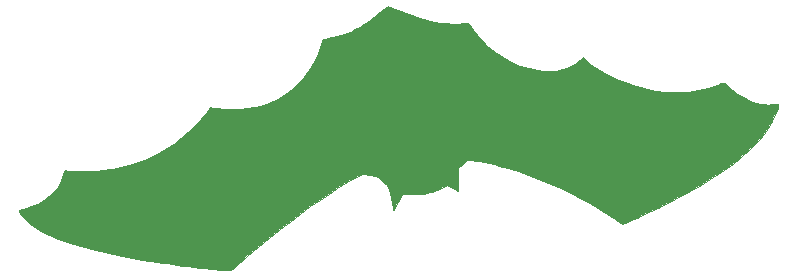
<source format=gbr>
G04 #@! TF.FileFunction,Legend,Bot*
%FSLAX46Y46*%
G04 Gerber Fmt 4.6, Leading zero omitted, Abs format (unit mm)*
G04 Created by KiCad (PCBNEW 0.201603210401+6634~43~ubuntu14.04.1-product) date dom 03 abr 2016 21:58:24 CEST*
%MOMM*%
G01*
G04 APERTURE LIST*
%ADD10C,0.100000*%
%ADD11C,0.010000*%
G04 APERTURE END LIST*
D10*
D11*
G36*
X148096678Y-131131770D02*
X148162720Y-131116353D01*
X148235769Y-131080824D01*
X148328240Y-131017135D01*
X148452549Y-130917242D01*
X148621111Y-130773097D01*
X148729780Y-130678500D01*
X149659172Y-129877139D01*
X150581651Y-129101064D01*
X151492871Y-128353477D01*
X152388485Y-127637577D01*
X153264146Y-126956567D01*
X154115508Y-126313646D01*
X154938223Y-125712015D01*
X155727946Y-125154877D01*
X156480329Y-124645430D01*
X157191026Y-124186876D01*
X157855689Y-123782417D01*
X158469973Y-123435252D01*
X158803553Y-123260348D01*
X159397458Y-122958996D01*
X159950584Y-123042876D01*
X160503709Y-123126756D01*
X160741491Y-123357413D01*
X160890882Y-123493758D01*
X161051543Y-123627171D01*
X161185040Y-123726185D01*
X161334579Y-123856978D01*
X161465464Y-124039207D01*
X161580049Y-124279124D01*
X161680689Y-124582982D01*
X161769735Y-124957034D01*
X161849542Y-125407532D01*
X161870393Y-125547120D01*
X161899187Y-125739826D01*
X161924891Y-125899257D01*
X161944608Y-126008234D01*
X161955124Y-126049354D01*
X161977600Y-126018404D01*
X162031305Y-125923042D01*
X162110093Y-125774826D01*
X162207817Y-125585313D01*
X162315358Y-125372021D01*
X162661086Y-124679287D01*
X163534680Y-124677460D01*
X163927257Y-124672977D01*
X164253876Y-124659673D01*
X164533007Y-124635057D01*
X164783123Y-124596639D01*
X165022694Y-124541929D01*
X165270191Y-124468436D01*
X165394473Y-124426710D01*
X165654818Y-124328004D01*
X165930626Y-124208832D01*
X166188624Y-124084309D01*
X166379716Y-123979179D01*
X166530826Y-123888212D01*
X167413940Y-124450016D01*
X167425275Y-123432291D01*
X167436611Y-122414566D01*
X167612099Y-122303785D01*
X167736406Y-122213520D01*
X167883148Y-122090217D01*
X167999987Y-121980604D01*
X168212387Y-121768205D01*
X168627271Y-121818488D01*
X168906304Y-121858677D01*
X169248122Y-121918100D01*
X169634076Y-121992823D01*
X170045515Y-122078911D01*
X170463790Y-122172429D01*
X170870252Y-122269442D01*
X171246250Y-122366017D01*
X171329773Y-122388661D01*
X172550579Y-122757646D01*
X173795269Y-123200173D01*
X175054574Y-123711879D01*
X176319220Y-124288403D01*
X177579937Y-124925382D01*
X178827452Y-125618453D01*
X180052495Y-126363255D01*
X180765787Y-126828405D01*
X181332968Y-127208002D01*
X181611273Y-127093711D01*
X182075954Y-126896998D01*
X182598548Y-126665512D01*
X183163613Y-126406758D01*
X183755705Y-126128243D01*
X184359383Y-125837472D01*
X184959204Y-125541951D01*
X185539725Y-125249185D01*
X186085505Y-124966679D01*
X186581100Y-124701940D01*
X186929606Y-124508809D01*
X188016625Y-123873985D01*
X189020777Y-123245906D01*
X189941926Y-122624697D01*
X190779942Y-122010479D01*
X191534690Y-121403377D01*
X192206037Y-120803514D01*
X192793850Y-120211012D01*
X193297995Y-119625997D01*
X193718340Y-119048590D01*
X194054752Y-118478915D01*
X194307096Y-117917096D01*
X194421168Y-117573135D01*
X194483306Y-117352135D01*
X194519076Y-117200814D01*
X194525332Y-117107431D01*
X194498929Y-117060244D01*
X194436719Y-117047514D01*
X194335559Y-117057500D01*
X194285023Y-117064993D01*
X193989610Y-117094223D01*
X193659651Y-117101870D01*
X193323868Y-117089106D01*
X193010983Y-117057102D01*
X192749717Y-117007028D01*
X192729273Y-117001552D01*
X192314494Y-116857896D01*
X191872462Y-116651906D01*
X191419991Y-116393548D01*
X190973894Y-116092784D01*
X190550985Y-115759578D01*
X190383177Y-115611305D01*
X190210716Y-115452131D01*
X190084912Y-115342092D01*
X189986691Y-115276960D01*
X189896975Y-115252506D01*
X189796690Y-115264504D01*
X189666759Y-115308725D01*
X189488106Y-115380942D01*
X189436864Y-115401568D01*
X188608731Y-115687183D01*
X187755346Y-115892476D01*
X186878228Y-116017451D01*
X185978894Y-116062109D01*
X185058863Y-116026453D01*
X184119653Y-115910484D01*
X183162783Y-115714206D01*
X182189771Y-115437619D01*
X182048126Y-115391079D01*
X181573857Y-115221004D01*
X181095222Y-115027636D01*
X180621113Y-114816033D01*
X180160422Y-114591251D01*
X179722040Y-114358351D01*
X179314858Y-114122388D01*
X178947769Y-113888420D01*
X178629663Y-113661507D01*
X178369433Y-113446704D01*
X178175968Y-113249071D01*
X178097570Y-113143861D01*
X178029819Y-113038434D01*
X177753891Y-113296552D01*
X177335268Y-113630454D01*
X176865066Y-113897291D01*
X176343574Y-114096915D01*
X176007606Y-114184056D01*
X175776646Y-114220170D01*
X175486654Y-114244233D01*
X175162444Y-114255968D01*
X174828829Y-114255097D01*
X174510621Y-114241344D01*
X174232634Y-114214432D01*
X174166106Y-114204618D01*
X173406924Y-114040184D01*
X172655690Y-113796244D01*
X171921703Y-113477944D01*
X171214258Y-113090435D01*
X170542653Y-112638865D01*
X169916185Y-112128382D01*
X169344151Y-111564135D01*
X169289361Y-111503909D01*
X169106748Y-111291990D01*
X168913870Y-111052961D01*
X168733819Y-110816269D01*
X168590861Y-110613139D01*
X168302940Y-110178324D01*
X168048940Y-110210972D01*
X167819494Y-110230801D01*
X167528630Y-110241476D01*
X167199045Y-110243497D01*
X166853434Y-110237361D01*
X166514495Y-110223569D01*
X166204924Y-110202620D01*
X165947417Y-110175013D01*
X165868773Y-110163023D01*
X165043356Y-109994517D01*
X164181774Y-109763334D01*
X163279383Y-109468049D01*
X162331539Y-109107241D01*
X162070046Y-108999584D01*
X161873323Y-108919032D01*
X161702176Y-108852076D01*
X161572997Y-108804902D01*
X161502179Y-108783702D01*
X161496720Y-108783120D01*
X161448149Y-108809198D01*
X161346318Y-108881745D01*
X161202337Y-108992232D01*
X161027316Y-109132130D01*
X160832366Y-109292909D01*
X160829280Y-109295493D01*
X160353240Y-109683913D01*
X159919274Y-110015000D01*
X159515034Y-110296281D01*
X159128177Y-110535286D01*
X158746356Y-110739542D01*
X158357226Y-110916579D01*
X157948442Y-111073924D01*
X157865336Y-111102972D01*
X157536554Y-111207245D01*
X157158219Y-111312750D01*
X156764841Y-111410642D01*
X156390934Y-111492082D01*
X156223412Y-111523632D01*
X156039551Y-111556006D01*
X155873028Y-112063980D01*
X155594616Y-112793209D01*
X155249139Y-113494158D01*
X154842949Y-114158332D01*
X154382396Y-114777240D01*
X153873833Y-115342388D01*
X153323610Y-115845284D01*
X152738079Y-116277435D01*
X152706671Y-116297886D01*
X152179388Y-116601359D01*
X151594519Y-116870717D01*
X150975426Y-117096673D01*
X150345467Y-117269937D01*
X150163106Y-117309198D01*
X149564462Y-117410049D01*
X148969283Y-117468735D01*
X148358316Y-117485755D01*
X147712308Y-117461613D01*
X147012008Y-117396809D01*
X146973613Y-117392321D01*
X146769700Y-117369352D01*
X146598879Y-117352188D01*
X146477215Y-117342289D01*
X146420773Y-117341116D01*
X146418819Y-117341891D01*
X146390744Y-117379793D01*
X146324111Y-117470798D01*
X146230163Y-117599532D01*
X146161136Y-117694287D01*
X145696772Y-118284471D01*
X145171064Y-118868391D01*
X144600489Y-119430676D01*
X144001521Y-119955955D01*
X143390635Y-120428858D01*
X142818273Y-120813122D01*
X141967883Y-121295877D01*
X141092629Y-121706518D01*
X140185704Y-122047305D01*
X139240299Y-122320493D01*
X138249606Y-122528340D01*
X137209106Y-122672861D01*
X136994043Y-122690344D01*
X136716925Y-122704712D01*
X136395286Y-122715801D01*
X136046657Y-122723446D01*
X135688570Y-122727482D01*
X135338558Y-122727745D01*
X135014152Y-122724068D01*
X134732884Y-122716288D01*
X134512286Y-122704240D01*
X134450802Y-122698796D01*
X134126664Y-122665638D01*
X134011211Y-123016296D01*
X133796151Y-123564001D01*
X133529254Y-124053240D01*
X133207112Y-124486955D01*
X132826319Y-124868086D01*
X132383467Y-125199574D01*
X131875149Y-125484358D01*
X131297959Y-125725380D01*
X130648489Y-125925580D01*
X130636856Y-125928634D01*
X130473666Y-125975534D01*
X130347170Y-126019838D01*
X130275755Y-126054717D01*
X130266440Y-126066190D01*
X130293278Y-126160934D01*
X130365873Y-126300057D01*
X130472344Y-126465921D01*
X130600808Y-126640885D01*
X130739386Y-126807310D01*
X130830823Y-126904110D01*
X131206442Y-127231687D01*
X131665498Y-127550958D01*
X132207142Y-127861659D01*
X132830527Y-128163528D01*
X133534806Y-128456300D01*
X134319130Y-128739711D01*
X135182651Y-129013497D01*
X136124523Y-129277395D01*
X137143897Y-129531140D01*
X138239925Y-129774468D01*
X139411761Y-130007117D01*
X140658556Y-130228821D01*
X141979463Y-130439317D01*
X142376913Y-130498321D01*
X142758594Y-130552491D01*
X143179931Y-130609470D01*
X143631709Y-130668220D01*
X144104713Y-130727701D01*
X144589725Y-130786876D01*
X145077531Y-130844705D01*
X145558915Y-130900148D01*
X146024661Y-130952168D01*
X146465554Y-130999724D01*
X146872377Y-131041778D01*
X147235915Y-131077291D01*
X147546952Y-131105224D01*
X147796272Y-131124538D01*
X147974660Y-131134194D01*
X148025228Y-131135120D01*
X148096678Y-131131770D01*
X148096678Y-131131770D01*
G37*
X148096678Y-131131770D02*
X148162720Y-131116353D01*
X148235769Y-131080824D01*
X148328240Y-131017135D01*
X148452549Y-130917242D01*
X148621111Y-130773097D01*
X148729780Y-130678500D01*
X149659172Y-129877139D01*
X150581651Y-129101064D01*
X151492871Y-128353477D01*
X152388485Y-127637577D01*
X153264146Y-126956567D01*
X154115508Y-126313646D01*
X154938223Y-125712015D01*
X155727946Y-125154877D01*
X156480329Y-124645430D01*
X157191026Y-124186876D01*
X157855689Y-123782417D01*
X158469973Y-123435252D01*
X158803553Y-123260348D01*
X159397458Y-122958996D01*
X159950584Y-123042876D01*
X160503709Y-123126756D01*
X160741491Y-123357413D01*
X160890882Y-123493758D01*
X161051543Y-123627171D01*
X161185040Y-123726185D01*
X161334579Y-123856978D01*
X161465464Y-124039207D01*
X161580049Y-124279124D01*
X161680689Y-124582982D01*
X161769735Y-124957034D01*
X161849542Y-125407532D01*
X161870393Y-125547120D01*
X161899187Y-125739826D01*
X161924891Y-125899257D01*
X161944608Y-126008234D01*
X161955124Y-126049354D01*
X161977600Y-126018404D01*
X162031305Y-125923042D01*
X162110093Y-125774826D01*
X162207817Y-125585313D01*
X162315358Y-125372021D01*
X162661086Y-124679287D01*
X163534680Y-124677460D01*
X163927257Y-124672977D01*
X164253876Y-124659673D01*
X164533007Y-124635057D01*
X164783123Y-124596639D01*
X165022694Y-124541929D01*
X165270191Y-124468436D01*
X165394473Y-124426710D01*
X165654818Y-124328004D01*
X165930626Y-124208832D01*
X166188624Y-124084309D01*
X166379716Y-123979179D01*
X166530826Y-123888212D01*
X167413940Y-124450016D01*
X167425275Y-123432291D01*
X167436611Y-122414566D01*
X167612099Y-122303785D01*
X167736406Y-122213520D01*
X167883148Y-122090217D01*
X167999987Y-121980604D01*
X168212387Y-121768205D01*
X168627271Y-121818488D01*
X168906304Y-121858677D01*
X169248122Y-121918100D01*
X169634076Y-121992823D01*
X170045515Y-122078911D01*
X170463790Y-122172429D01*
X170870252Y-122269442D01*
X171246250Y-122366017D01*
X171329773Y-122388661D01*
X172550579Y-122757646D01*
X173795269Y-123200173D01*
X175054574Y-123711879D01*
X176319220Y-124288403D01*
X177579937Y-124925382D01*
X178827452Y-125618453D01*
X180052495Y-126363255D01*
X180765787Y-126828405D01*
X181332968Y-127208002D01*
X181611273Y-127093711D01*
X182075954Y-126896998D01*
X182598548Y-126665512D01*
X183163613Y-126406758D01*
X183755705Y-126128243D01*
X184359383Y-125837472D01*
X184959204Y-125541951D01*
X185539725Y-125249185D01*
X186085505Y-124966679D01*
X186581100Y-124701940D01*
X186929606Y-124508809D01*
X188016625Y-123873985D01*
X189020777Y-123245906D01*
X189941926Y-122624697D01*
X190779942Y-122010479D01*
X191534690Y-121403377D01*
X192206037Y-120803514D01*
X192793850Y-120211012D01*
X193297995Y-119625997D01*
X193718340Y-119048590D01*
X194054752Y-118478915D01*
X194307096Y-117917096D01*
X194421168Y-117573135D01*
X194483306Y-117352135D01*
X194519076Y-117200814D01*
X194525332Y-117107431D01*
X194498929Y-117060244D01*
X194436719Y-117047514D01*
X194335559Y-117057500D01*
X194285023Y-117064993D01*
X193989610Y-117094223D01*
X193659651Y-117101870D01*
X193323868Y-117089106D01*
X193010983Y-117057102D01*
X192749717Y-117007028D01*
X192729273Y-117001552D01*
X192314494Y-116857896D01*
X191872462Y-116651906D01*
X191419991Y-116393548D01*
X190973894Y-116092784D01*
X190550985Y-115759578D01*
X190383177Y-115611305D01*
X190210716Y-115452131D01*
X190084912Y-115342092D01*
X189986691Y-115276960D01*
X189896975Y-115252506D01*
X189796690Y-115264504D01*
X189666759Y-115308725D01*
X189488106Y-115380942D01*
X189436864Y-115401568D01*
X188608731Y-115687183D01*
X187755346Y-115892476D01*
X186878228Y-116017451D01*
X185978894Y-116062109D01*
X185058863Y-116026453D01*
X184119653Y-115910484D01*
X183162783Y-115714206D01*
X182189771Y-115437619D01*
X182048126Y-115391079D01*
X181573857Y-115221004D01*
X181095222Y-115027636D01*
X180621113Y-114816033D01*
X180160422Y-114591251D01*
X179722040Y-114358351D01*
X179314858Y-114122388D01*
X178947769Y-113888420D01*
X178629663Y-113661507D01*
X178369433Y-113446704D01*
X178175968Y-113249071D01*
X178097570Y-113143861D01*
X178029819Y-113038434D01*
X177753891Y-113296552D01*
X177335268Y-113630454D01*
X176865066Y-113897291D01*
X176343574Y-114096915D01*
X176007606Y-114184056D01*
X175776646Y-114220170D01*
X175486654Y-114244233D01*
X175162444Y-114255968D01*
X174828829Y-114255097D01*
X174510621Y-114241344D01*
X174232634Y-114214432D01*
X174166106Y-114204618D01*
X173406924Y-114040184D01*
X172655690Y-113796244D01*
X171921703Y-113477944D01*
X171214258Y-113090435D01*
X170542653Y-112638865D01*
X169916185Y-112128382D01*
X169344151Y-111564135D01*
X169289361Y-111503909D01*
X169106748Y-111291990D01*
X168913870Y-111052961D01*
X168733819Y-110816269D01*
X168590861Y-110613139D01*
X168302940Y-110178324D01*
X168048940Y-110210972D01*
X167819494Y-110230801D01*
X167528630Y-110241476D01*
X167199045Y-110243497D01*
X166853434Y-110237361D01*
X166514495Y-110223569D01*
X166204924Y-110202620D01*
X165947417Y-110175013D01*
X165868773Y-110163023D01*
X165043356Y-109994517D01*
X164181774Y-109763334D01*
X163279383Y-109468049D01*
X162331539Y-109107241D01*
X162070046Y-108999584D01*
X161873323Y-108919032D01*
X161702176Y-108852076D01*
X161572997Y-108804902D01*
X161502179Y-108783702D01*
X161496720Y-108783120D01*
X161448149Y-108809198D01*
X161346318Y-108881745D01*
X161202337Y-108992232D01*
X161027316Y-109132130D01*
X160832366Y-109292909D01*
X160829280Y-109295493D01*
X160353240Y-109683913D01*
X159919274Y-110015000D01*
X159515034Y-110296281D01*
X159128177Y-110535286D01*
X158746356Y-110739542D01*
X158357226Y-110916579D01*
X157948442Y-111073924D01*
X157865336Y-111102972D01*
X157536554Y-111207245D01*
X157158219Y-111312750D01*
X156764841Y-111410642D01*
X156390934Y-111492082D01*
X156223412Y-111523632D01*
X156039551Y-111556006D01*
X155873028Y-112063980D01*
X155594616Y-112793209D01*
X155249139Y-113494158D01*
X154842949Y-114158332D01*
X154382396Y-114777240D01*
X153873833Y-115342388D01*
X153323610Y-115845284D01*
X152738079Y-116277435D01*
X152706671Y-116297886D01*
X152179388Y-116601359D01*
X151594519Y-116870717D01*
X150975426Y-117096673D01*
X150345467Y-117269937D01*
X150163106Y-117309198D01*
X149564462Y-117410049D01*
X148969283Y-117468735D01*
X148358316Y-117485755D01*
X147712308Y-117461613D01*
X147012008Y-117396809D01*
X146973613Y-117392321D01*
X146769700Y-117369352D01*
X146598879Y-117352188D01*
X146477215Y-117342289D01*
X146420773Y-117341116D01*
X146418819Y-117341891D01*
X146390744Y-117379793D01*
X146324111Y-117470798D01*
X146230163Y-117599532D01*
X146161136Y-117694287D01*
X145696772Y-118284471D01*
X145171064Y-118868391D01*
X144600489Y-119430676D01*
X144001521Y-119955955D01*
X143390635Y-120428858D01*
X142818273Y-120813122D01*
X141967883Y-121295877D01*
X141092629Y-121706518D01*
X140185704Y-122047305D01*
X139240299Y-122320493D01*
X138249606Y-122528340D01*
X137209106Y-122672861D01*
X136994043Y-122690344D01*
X136716925Y-122704712D01*
X136395286Y-122715801D01*
X136046657Y-122723446D01*
X135688570Y-122727482D01*
X135338558Y-122727745D01*
X135014152Y-122724068D01*
X134732884Y-122716288D01*
X134512286Y-122704240D01*
X134450802Y-122698796D01*
X134126664Y-122665638D01*
X134011211Y-123016296D01*
X133796151Y-123564001D01*
X133529254Y-124053240D01*
X133207112Y-124486955D01*
X132826319Y-124868086D01*
X132383467Y-125199574D01*
X131875149Y-125484358D01*
X131297959Y-125725380D01*
X130648489Y-125925580D01*
X130636856Y-125928634D01*
X130473666Y-125975534D01*
X130347170Y-126019838D01*
X130275755Y-126054717D01*
X130266440Y-126066190D01*
X130293278Y-126160934D01*
X130365873Y-126300057D01*
X130472344Y-126465921D01*
X130600808Y-126640885D01*
X130739386Y-126807310D01*
X130830823Y-126904110D01*
X131206442Y-127231687D01*
X131665498Y-127550958D01*
X132207142Y-127861659D01*
X132830527Y-128163528D01*
X133534806Y-128456300D01*
X134319130Y-128739711D01*
X135182651Y-129013497D01*
X136124523Y-129277395D01*
X137143897Y-129531140D01*
X138239925Y-129774468D01*
X139411761Y-130007117D01*
X140658556Y-130228821D01*
X141979463Y-130439317D01*
X142376913Y-130498321D01*
X142758594Y-130552491D01*
X143179931Y-130609470D01*
X143631709Y-130668220D01*
X144104713Y-130727701D01*
X144589725Y-130786876D01*
X145077531Y-130844705D01*
X145558915Y-130900148D01*
X146024661Y-130952168D01*
X146465554Y-130999724D01*
X146872377Y-131041778D01*
X147235915Y-131077291D01*
X147546952Y-131105224D01*
X147796272Y-131124538D01*
X147974660Y-131134194D01*
X148025228Y-131135120D01*
X148096678Y-131131770D01*
M02*

</source>
